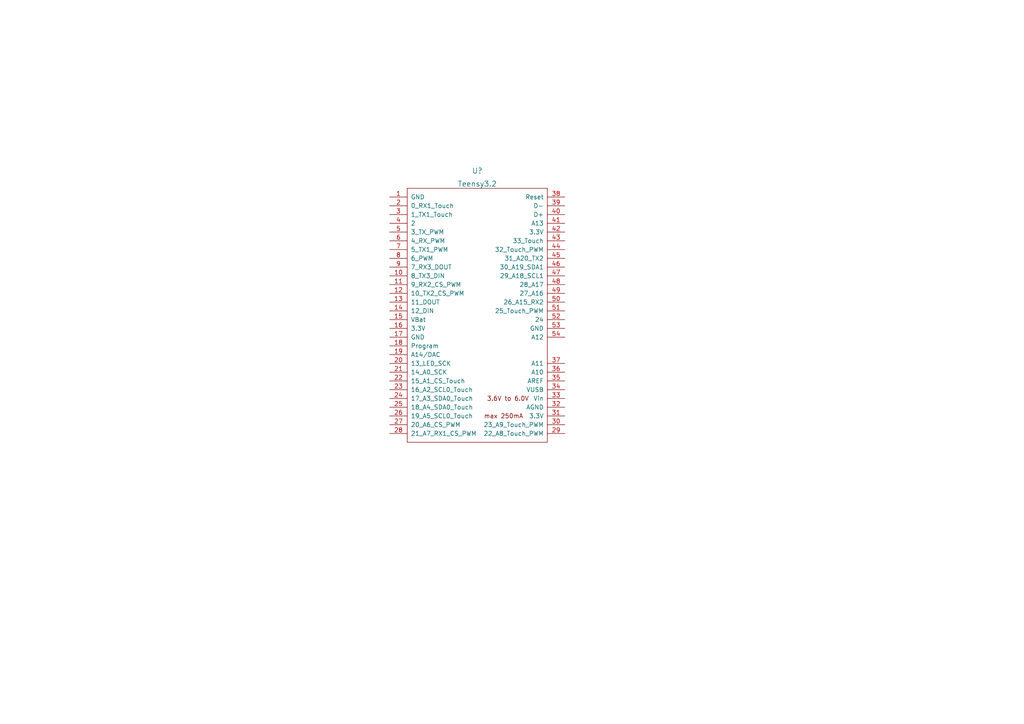
<source format=kicad_sch>
(kicad_sch (version 20211123) (generator eeschema)
  (paper "A4")
  (lib_symbols
    (symbol "teensy:Teensy3.2" (pin_names (offset 1.016))
      (property "Reference" "U" (at 0 39.37 0))
      (property "Value" "Teensy3.2" (at 0 -39.37 0))
      (symbol "Teensy3.2_0_0"
        (text "3.6V to 6.0V" (at 8.89 -24.13 0) (effects (font (size 1.27 1.27))))
        (text "max 250mA" (at 7.62 -29.21 0) (effects (font (size 1.27 1.27))))
      )
      (symbol "Teensy3.2_0_1"
        (rectangle (start -20.32 -36.83) (end 20.32 36.83))
      )
      (symbol "Teensy3.2_1_1"
        (pin power_in line (at -25.4 34.29 0) (length 5.08) (name "GND") (number "1"))
        (pin bidirectional line (at -25.4 11.43 0) (length 5.08) (name "8_TX3_DIN") (number "10"))
        (pin bidirectional line (at -25.4 8.89 0) (length 5.08) (name "9_RX2_CS_PWM") (number "11"))
        (pin bidirectional line (at -25.4 6.35 0) (length 5.08) (name "10_TX2_CS_PWM") (number "12"))
        (pin bidirectional line (at -25.4 3.81 0) (length 5.08) (name "11_DOUT") (number "13"))
        (pin bidirectional line (at -25.4 1.27 0) (length 5.08) (name "12_DIN") (number "14"))
        (pin power_in line (at -25.4 -1.27 0) (length 5.08) (name "VBat") (number "15"))
        (pin power_out line (at -25.4 -3.81 0) (length 5.08) (name "3.3V") (number "16"))
        (pin power_in line (at -25.4 -6.35 0) (length 5.08) (name "GND") (number "17"))
        (pin input line (at -25.4 -8.89 0) (length 5.08) (name "Program") (number "18"))
        (pin bidirectional line (at -25.4 -11.43 0) (length 5.08) (name "A14/DAC") (number "19"))
        (pin bidirectional line (at -25.4 31.75 0) (length 5.08) (name "0_RX1_Touch") (number "2"))
        (pin bidirectional line (at -25.4 -13.97 0) (length 5.08) (name "13_LED_SCK") (number "20"))
        (pin bidirectional line (at -25.4 -16.51 0) (length 5.08) (name "14_A0_SCK") (number "21"))
        (pin bidirectional line (at -25.4 -19.05 0) (length 5.08) (name "15_A1_CS_Touch") (number "22"))
        (pin bidirectional line (at -25.4 -21.59 0) (length 5.08) (name "16_A2_SCL0_Touch") (number "23"))
        (pin bidirectional line (at -25.4 -24.13 0) (length 5.08) (name "17_A3_SDA0_Touch") (number "24"))
        (pin bidirectional line (at -25.4 -26.67 0) (length 5.08) (name "18_A4_SDA0_Touch") (number "25"))
        (pin bidirectional line (at -25.4 -29.21 0) (length 5.08) (name "19_A5_SCL0_Touch") (number "26"))
        (pin bidirectional line (at -25.4 -31.75 0) (length 5.08) (name "20_A6_CS_PWM") (number "27"))
        (pin bidirectional line (at -25.4 -34.29 0) (length 5.08) (name "21_A7_RX1_CS_PWM") (number "28"))
        (pin bidirectional line (at 25.4 -34.29 180) (length 5.08) (name "22_A8_Touch_PWM") (number "29"))
        (pin bidirectional line (at -25.4 29.21 0) (length 5.08) (name "1_TX1_Touch") (number "3"))
        (pin bidirectional line (at 25.4 -31.75 180) (length 5.08) (name "23_A9_Touch_PWM") (number "30"))
        (pin power_out line (at 25.4 -29.21 180) (length 5.08) (name "3.3V") (number "31"))
        (pin power_out line (at 25.4 -26.67 180) (length 5.08) (name "AGND") (number "32"))
        (pin power_in line (at 25.4 -24.13 180) (length 5.08) (name "Vin") (number "33"))
        (pin power_in line (at 25.4 -21.59 180) (length 5.08) (name "VUSB") (number "34"))
        (pin input line (at 25.4 -19.05 180) (length 5.08) (name "AREF") (number "35"))
        (pin bidirectional line (at 25.4 -16.51 180) (length 5.08) (name "A10") (number "36"))
        (pin bidirectional line (at 25.4 -13.97 180) (length 5.08) (name "A11") (number "37"))
        (pin input line (at 25.4 34.29 180) (length 5.08) (name "Reset") (number "38"))
        (pin bidirectional line (at 25.4 31.75 180) (length 5.08) (name "D-") (number "39"))
        (pin bidirectional line (at -25.4 26.67 0) (length 5.08) (name "2") (number "4"))
        (pin bidirectional line (at 25.4 29.21 180) (length 5.08) (name "D+") (number "40"))
        (pin bidirectional line (at 25.4 26.67 180) (length 5.08) (name "A13") (number "41"))
        (pin power_out line (at 25.4 24.13 180) (length 5.08) (name "3.3V") (number "42"))
        (pin bidirectional line (at 25.4 21.59 180) (length 5.08) (name "33_Touch") (number "43"))
        (pin bidirectional line (at 25.4 19.05 180) (length 5.08) (name "32_Touch_PWM") (number "44"))
        (pin bidirectional line (at 25.4 16.51 180) (length 5.08) (name "31_A20_TX2") (number "45"))
        (pin bidirectional line (at 25.4 13.97 180) (length 5.08) (name "30_A19_SDA1") (number "46"))
        (pin bidirectional line (at 25.4 11.43 180) (length 5.08) (name "29_A18_SCL1") (number "47"))
        (pin bidirectional line (at 25.4 8.89 180) (length 5.08) (name "28_A17") (number "48"))
        (pin bidirectional line (at 25.4 6.35 180) (length 5.08) (name "27_A16") (number "49"))
        (pin bidirectional line (at -25.4 24.13 0) (length 5.08) (name "3_TX_PWM") (number "5"))
        (pin bidirectional line (at 25.4 3.81 180) (length 5.08) (name "26_A15_RX2") (number "50"))
        (pin bidirectional line (at 25.4 1.27 180) (length 5.08) (name "25_Touch_PWM") (number "51"))
        (pin bidirectional line (at 25.4 -1.27 180) (length 5.08) (name "24") (number "52"))
        (pin power_in line (at 25.4 -3.81 180) (length 5.08) (name "GND") (number "53"))
        (pin bidirectional line (at 25.4 -6.35 180) (length 5.08) (name "A12") (number "54"))
        (pin bidirectional line (at -25.4 21.59 0) (length 5.08) (name "4_RX_PWM") (number "6"))
        (pin bidirectional line (at -25.4 19.05 0) (length 5.08) (name "5_TX1_PWM") (number "7"))
        (pin bidirectional line (at -25.4 16.51 0) (length 5.08) (name "6_PWM") (number "8"))
        (pin bidirectional line (at -25.4 13.97 0) (length 5.08) (name "7_RX3_DOUT") (number "9"))
      )
    )
  )
  (symbol (lib_id "teensy:Teensy3.2") (at 138.43 91.44 0) (unit 1)
    (property "Reference" "U?" (at 138.43 49.53 0) (effects (font (size 1.524 1.524))))
    (property "Value" "Teensy3.2" (at 138.43 53.34 0) (effects (font (size 1.524 1.524))))
  )
)
</source>
